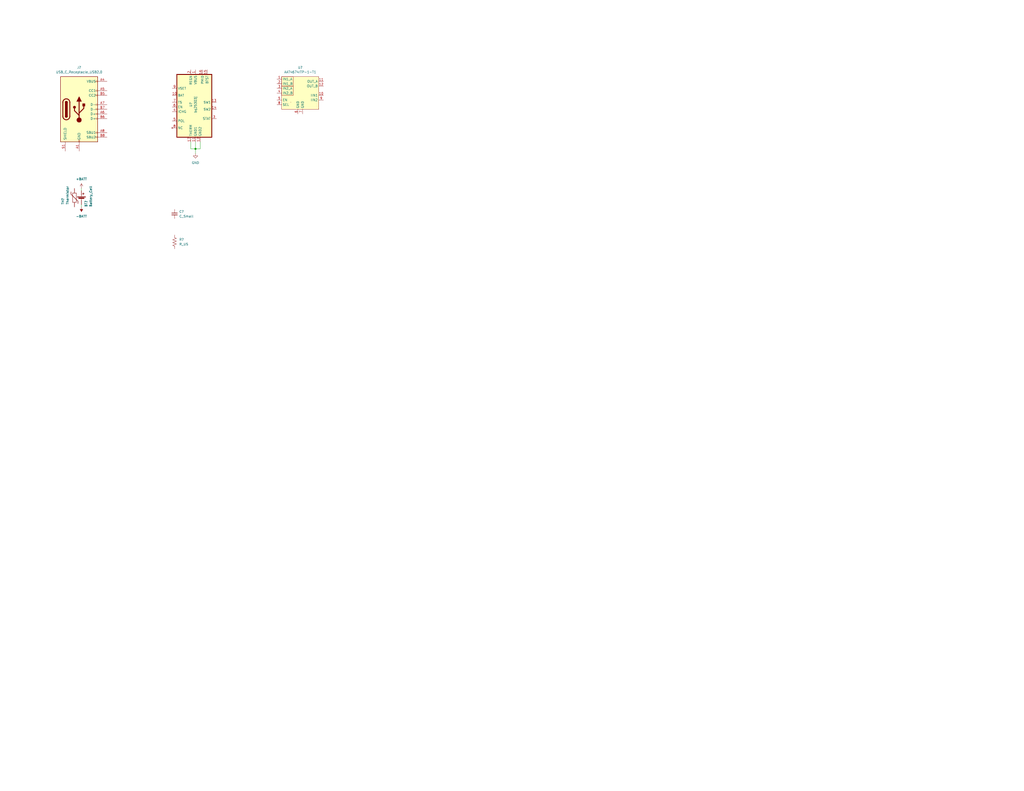
<source format=kicad_sch>
(kicad_sch (version 20211123) (generator eeschema)
  (paper "C")
  (lib_symbols
    (symbol "000myinv:AAT4674ITP-1-T1"
      (property "Reference" "U?" (at 5.08 7.62 0))
      (property "Value" "AAT4674ITP-1-T1" (at 5.08 5.08 0))
      (symbol "AAT4674ITP-1-T1_0_1"
        (rectangle (start -5.08 -2.54) (end 1.27 -7.62))
        (rectangle (start -5.08 2.54) (end 1.27 -2.54))
        (rectangle (start -5.08 2.54) (end 15.24 -15.24) (fill (type background)))
        (rectangle (start 0 -11.43) (end 0 -11.43))
        (rectangle (start 0 -11.43) (end 0 -11.43))
        (rectangle (start 0 -11.43) (end 0 -11.43))
      )
      (symbol "AAT4674ITP-1-T1_1_1"
        (pin input line (at -7.62 1.27 0) (length 2.54) (name "IN1_A") (number "1"))
        (pin output line (at 17.78 -7.62 180) (length 2.54) (name "IIN1") (number "10"))
        (pin output line (at 17.78 0 180) (length 2.54) (name "OUT_A") (number "11"))
        (pin output line (at 17.78 -2.54 180) (length 2.54) (name "OUT_B") (number "12"))
        (pin input line (at -7.62 -1.27 0) (length 2.54) (name "IN1_B") (number "2"))
        (pin input line (at -7.62 -3.81 0) (length 2.54) (name "IN2_A") (number "3"))
        (pin input line (at -7.62 -6.35 0) (length 2.54) (name "IN2_B") (number "4"))
        (pin input line (at -7.62 -10.16 0) (length 2.54) (name "EN") (number "5"))
        (pin passive line (at 3.81 -17.78 90) (length 2.54) (name "GND") (number "6"))
        (pin passive line (at 6.35 -17.78 90) (length 2.54) (name "GND") (number "7"))
        (pin input line (at -7.62 -12.7 0) (length 2.54) (name "SEL") (number "8"))
        (pin output line (at 17.78 -10.16 180) (length 2.54) (name "IIN2") (number "9"))
      )
    )
    (symbol "000myinv:bq25303j"
      (property "Reference" "U" (at -2.54 -1.27 90))
      (property "Value" "bq25303j" (at 0 -1.27 90))
      (symbol "bq25303j_0_1"
        (rectangle (start -10.16 12.7) (end 8.89 -21.59) (stroke (width 0.5)) (fill (type background)))
      )
      (symbol "bq25303j_1_1"
        (pin power_in line (at 0 15.24 270) (length 2.54) (name "VBUS") (number "1"))
        (pin input line (at -12.7 1.27 0) (length 2.54) (name "BAT") (number "10"))
        (pin power_out line (at 0 -24.13 90) (length 2.54) (name "GND1") (number "11"))
        (pin power_out line (at 2.54 -24.13 90) (length 2.54) (name "GND2") (number "12"))
        (pin power_out line (at 11.43 -2.54 180) (length 2.54) (name "SW1") (number "13"))
        (pin power_out line (at 11.43 -6.35 180) (length 2.54) (name "SW2") (number "14"))
        (pin power_out line (at 6.35 15.24 270) (length 2.54) (name "BTST") (number "15"))
        (pin power_out line (at 3.81 15.24 270) (length 2.54) (name "PMID") (number "16"))
        (pin passive line (at -2.54 -24.13 90) (length 2.54) (name "THERM") (number "17"))
        (pin power_in line (at -2.54 15.24 270) (length 2.54) (name "REGN") (number "2"))
        (pin output line (at 11.43 -11.43 180) (length 2.54) (name "STAT") (number "3"))
        (pin input line (at -12.7 -7.62 0) (length 2.54) (name "ICHG") (number "4"))
        (pin input line (at -12.7 -12.7 0) (length 2.54) (name "POL") (number "5"))
        (pin input line (at -12.7 -5.08 0) (length 2.54) (name "EN") (number "6"))
        (pin input line (at -12.7 -2.54 0) (length 2.54) (name "TS") (number "7"))
        (pin no_connect line (at -12.7 -16.51 0) (length 2.54) (name "NC") (number "8"))
        (pin input line (at -12.7 5.08 0) (length 2.54) (name "VSET") (number "9"))
      )
    )
    (symbol "Connector:USB_C_Receptacle_USB2.0" (pin_names (offset 1.016))
      (property "Reference" "J" (at -10.16 19.05 0))
      (property "Value" "USB_C_Receptacle_USB2.0" (at 19.05 19.05 0))
      (symbol "USB_C_Receptacle_USB2.0_0_0"
        (rectangle (start -0.254 -17.78) (end 0.254 -16.764))
        (rectangle (start 10.16 -14.986) (end 9.144 -15.494))
        (rectangle (start 10.16 -12.446) (end 9.144 -12.954))
        (rectangle (start 10.16 -4.826) (end 9.144 -5.334))
        (rectangle (start 10.16 -2.286) (end 9.144 -2.794))
        (rectangle (start 10.16 0.254) (end 9.144 -0.254))
        (rectangle (start 10.16 2.794) (end 9.144 2.286))
        (rectangle (start 10.16 7.874) (end 9.144 7.366))
        (rectangle (start 10.16 10.414) (end 9.144 9.906))
        (rectangle (start 10.16 15.494) (end 9.144 14.986))
      )
      (symbol "USB_C_Receptacle_USB2.0_0_1"
        (rectangle (start -10.16 17.78) (end 10.16 -17.78) (stroke (width 0.254)) (fill (type background)))
        (arc (start -8.89 -3.81) (mid -6.985 -5.715) (end -5.08 -3.81) (stroke (width 0.508)))
        (arc (start -7.62 -3.81) (mid -6.985 -4.445) (end -6.35 -3.81) (stroke (width 0.254)))
        (arc (start -7.62 -3.81) (mid -6.985 -4.445) (end -6.35 -3.81) (stroke (width 0.254)) (fill (type outline)))
        (rectangle (start -7.62 -3.81) (end -6.35 3.81) (stroke (width 0.254)) (fill (type outline)))
        (arc (start -6.35 3.81) (mid -6.985 4.445) (end -7.62 3.81) (stroke (width 0.254)))
        (arc (start -6.35 3.81) (mid -6.985 4.445) (end -7.62 3.81) (stroke (width 0.254)) (fill (type outline)))
        (arc (start -5.08 3.81) (mid -6.985 5.715) (end -8.89 3.81) (stroke (width 0.508)))
        (circle (center -2.54 1.143) (radius 0.635) (stroke (width 0.254)) (fill (type outline)))
        (circle (center 0 -5.842) (radius 1.27) (fill (type outline)))
        (polyline (pts (xy -8.89 -3.81) (xy -8.89 3.81)) (stroke (width 0.508)))
        (polyline (pts (xy -5.08 3.81) (xy -5.08 -3.81)) (stroke (width 0.508)))
        (polyline (pts (xy 0 -5.842) (xy 0 4.318)) (stroke (width 0.508)))
        (polyline (pts (xy 0 -3.302) (xy -2.54 -0.762) (xy -2.54 0.508)) (stroke (width 0.508)))
        (polyline (pts (xy 0 -2.032) (xy 2.54 0.508) (xy 2.54 1.778)) (stroke (width 0.508)))
        (polyline (pts (xy -1.27 4.318) (xy 0 6.858) (xy 1.27 4.318) (xy -1.27 4.318)) (stroke (width 0.254)) (fill (type outline)))
        (rectangle (start 1.905 1.778) (end 3.175 3.048) (stroke (width 0.254)) (fill (type outline)))
      )
      (symbol "USB_C_Receptacle_USB2.0_1_1"
        (pin passive line (at 0 -22.86 90) (length 5.08) (name "GND") (number "A1"))
        (pin passive line (at 0 -22.86 90) (length 5.08) hide (name "GND") (number "A12"))
        (pin passive line (at 15.24 15.24 180) (length 5.08) (name "VBUS") (number "A4"))
        (pin bidirectional line (at 15.24 10.16 180) (length 5.08) (name "CC1") (number "A5"))
        (pin bidirectional line (at 15.24 -2.54 180) (length 5.08) (name "D+") (number "A6"))
        (pin bidirectional line (at 15.24 2.54 180) (length 5.08) (name "D-") (number "A7"))
        (pin bidirectional line (at 15.24 -12.7 180) (length 5.08) (name "SBU1") (number "A8"))
        (pin passive line (at 15.24 15.24 180) (length 5.08) hide (name "VBUS") (number "A9"))
        (pin passive line (at 0 -22.86 90) (length 5.08) hide (name "GND") (number "B1"))
        (pin passive line (at 0 -22.86 90) (length 5.08) hide (name "GND") (number "B12"))
        (pin passive line (at 15.24 15.24 180) (length 5.08) hide (name "VBUS") (number "B4"))
        (pin bidirectional line (at 15.24 7.62 180) (length 5.08) (name "CC2") (number "B5"))
        (pin bidirectional line (at 15.24 -5.08 180) (length 5.08) (name "D+") (number "B6"))
        (pin bidirectional line (at 15.24 0 180) (length 5.08) (name "D-") (number "B7"))
        (pin bidirectional line (at 15.24 -15.24 180) (length 5.08) (name "SBU2") (number "B8"))
        (pin passive line (at 15.24 15.24 180) (length 5.08) hide (name "VBUS") (number "B9"))
        (pin passive line (at -7.62 -22.86 90) (length 5.08) (name "SHIELD") (number "S1"))
      )
    )
    (symbol "Device:Battery_Cell" (pin_numbers hide) (pin_names (offset 0) hide)
      (property "Reference" "BT" (at 2.54 2.54 0))
      (property "Value" "Battery_Cell" (at 2.54 0 0))
      (symbol "Battery_Cell_0_1"
        (rectangle (start -2.286 1.778) (end 2.286 1.524) (fill (type outline)))
        (rectangle (start -1.5748 1.1938) (end 1.4732 0.6858) (fill (type outline)))
        (polyline (pts (xy 0 0.762) (xy 0 0)))
        (polyline (pts (xy 0 1.778) (xy 0 2.54)))
        (polyline (pts (xy 0.508 3.429) (xy 1.524 3.429)) (stroke (width 0.254)))
        (polyline (pts (xy 1.016 3.937) (xy 1.016 2.921)) (stroke (width 0.254)))
      )
      (symbol "Battery_Cell_1_1"
        (pin passive line (at 0 5.08 270) (length 2.54) (name "+") (number "1"))
        (pin passive line (at 0 -2.54 90) (length 2.54) (name "-") (number "2"))
      )
    )
    (symbol "Device:C_Small" (pin_numbers hide) (pin_names (offset 0.254) hide)
      (property "Reference" "C" (at 0.254 1.778 0))
      (property "Value" "C_Small" (at 0.254 -2.032 0))
      (symbol "C_Small_0_1"
        (polyline (pts (xy -1.524 -0.508) (xy 1.524 -0.508)) (stroke (width 0.3302)))
        (polyline (pts (xy -1.524 0.508) (xy 1.524 0.508)) (stroke (width 0.3048)))
      )
      (symbol "C_Small_1_1"
        (pin passive line (at 0 2.54 270) (length 2.032) (name "~") (number "1"))
        (pin passive line (at 0 -2.54 90) (length 2.032) (name "~") (number "2"))
      )
    )
    (symbol "Device:R_US" (pin_numbers hide) (pin_names (offset 0))
      (property "Reference" "R" (at 2.54 0 90))
      (property "Value" "R_US" (at -2.54 0 90))
      (symbol "R_US_0_1"
        (polyline (pts (xy 0 -2.286) (xy 0 -2.54)))
        (polyline (pts (xy 0 2.286) (xy 0 2.54)))
        (polyline (pts (xy 0 -0.762) (xy 1.016 -1.143) (xy 0 -1.524) (xy -1.016 -1.905) (xy 0 -2.286)))
        (polyline (pts (xy 0 0.762) (xy 1.016 0.381) (xy 0 0) (xy -1.016 -0.381) (xy 0 -0.762)))
        (polyline (pts (xy 0 2.286) (xy 1.016 1.905) (xy 0 1.524) (xy -1.016 1.143) (xy 0 0.762)))
      )
      (symbol "R_US_1_1"
        (pin passive line (at 0 3.81 270) (length 1.27) (name "~") (number "1"))
        (pin passive line (at 0 -3.81 90) (length 1.27) (name "~") (number "2"))
      )
    )
    (symbol "Device:Thermistor" (pin_numbers hide) (pin_names (offset 0))
      (property "Reference" "TH" (at 2.54 1.27 90))
      (property "Value" "Thermistor" (at -2.54 0 90))
      (symbol "Thermistor_0_1"
        (rectangle (start -1.016 2.54) (end 1.016 -2.54) (stroke (width 0.2032)))
        (polyline (pts (xy -1.905 3.175) (xy -1.905 1.905) (xy 1.905 -1.905) (xy 1.905 -3.175) (xy 1.905 -3.175)) (stroke (width 0.254)))
      )
      (symbol "Thermistor_1_1"
        (pin passive line (at 0 5.08 270) (length 2.54) (name "~") (number "1"))
        (pin passive line (at 0 -5.08 90) (length 2.54) (name "~") (number "2"))
      )
    )
    (symbol "power:+BATT" (power) (pin_names (offset 0))
      (property "Value" "+BATT" (at 0 3.556 0))
      (symbol "+BATT_0_1"
        (polyline (pts (xy -0.762 1.27) (xy 0 2.54)))
        (polyline (pts (xy 0 0) (xy 0 2.54)))
        (polyline (pts (xy 0 2.54) (xy 0.762 1.27)))
      )
      (symbol "+BATT_1_1"
        (pin power_in line (at 0 0 90) (length 0) hide (name "+BATT") (number "1"))
      )
    )
    (symbol "power:-BATT" (power) (pin_names (offset 0))
      (property "Value" "-BATT" (at 0 3.556 0))
      (symbol "-BATT_0_1"
        (polyline (pts (xy 0 0) (xy 0 2.54)))
        (polyline (pts (xy 0.762 1.27) (xy -0.762 1.27) (xy 0 2.54) (xy 0.762 1.27)) (fill (type outline)))
      )
      (symbol "-BATT_1_1"
        (pin power_in line (at 0 0 90) (length 0) hide (name "-BATT") (number "1"))
      )
    )
    (symbol "power:GND" (power) (pin_names (offset 0))
      (property "Value" "GND" (at 0 -3.81 0))
      (symbol "GND_0_1"
        (polyline (pts (xy 0 0) (xy 0 -1.27) (xy 1.27 -1.27) (xy 0 -2.54) (xy -1.27 -1.27) (xy 0 -1.27)))
      )
      (symbol "GND_1_1"
        (pin power_in line (at 0 0 270) (length 0) hide (name "GND") (number "1"))
      )
    )
  )
  (junction (at 106.68 81.28))
  (wire (pts (xy 109.22 77.47) (xy 109.22 81.28)))
  (wire (pts (xy 106.68 81.28) (xy 106.68 77.47)))
  (wire (pts (xy 104.14 81.28) (xy 106.68 81.28)))
  (wire (pts (xy 104.14 77.47) (xy 104.14 81.28)))
  (wire (pts (xy 44.45 102.87) (xy 44.45 104.14)))
  (wire (pts (xy 44.45 113.03) (xy 44.45 111.76)))
  (wire (pts (xy 109.22 81.28) (xy 106.68 81.28)))
  (wire (pts (xy 106.68 83.82) (xy 106.68 81.28)))
  (symbol (lib_id "Device:Battery_Cell") (at 44.45 109.22 0) (unit 1)
    (property "Reference" "BT?" (at 46.99 113.03 90) (effects (justify left)))
    (property "Value" "Battery_Cell" (at 49.53 113.03 90) (effects (justify left)))
  )
  (symbol (lib_id "power:+BATT") (at 44.45 102.87 0) (unit 1)
    (property "Reference" "#PWR?" (effects hide))
    (property "Value" "+BATT" (at 44.45 97.79 0))
  )
  (symbol (lib_id "Device:Thermistor") (at 40.64 107.95 0) (unit 1)
    (property "Reference" "TH?" (at 34.29 111.76 90) (effects (justify left)))
    (property "Value" "Thermistor" (at 36.83 111.76 90) (effects (justify left)))
  )
  (symbol (lib_id "000myinv:bq25303j") (at 106.68 53.34 0) (unit 1)
    (property "Reference" "U?" (at 104.14 57.15 90))
    (property "Value" "bq25303j" (at 106.68 57.15 90))
  )
  (symbol (lib_id "power:GND") (at 106.68 83.82 0) (unit 1)
    (property "Reference" "#PWR?" (effects hide))
    (property "Value" "GND" (at 106.68 88.9 0))
  )
  (symbol (lib_id "Device:R_US") (at 95.25 132.08 0) (unit 1)
    (property "Reference" "R?" (at 97.79 130.8099 0) (effects (justify left)))
    (property "Value" "R_US" (at 97.79 133.3499 0) (effects (justify left)))
  )
  (symbol (lib_id "Device:C_Small") (at 95.25 116.84 0) (unit 1)
    (property "Reference" "C?" (at 97.79 115.5762 0) (effects (justify left)))
    (property "Value" "C_Small" (at 97.79 118.1162 0) (effects (justify left)))
  )
  (symbol (lib_id "000myinv:AAT4674ITP-1-T1") (at 158.75 44.45 0) (unit 1)
    (property "Reference" "U?" (at 163.83 36.83 0))
    (property "Value" "AAT4674ITP-1-T1" (at 163.83 39.37 0))
  )
  (symbol (lib_id "power:-BATT") (at 44.45 113.03 180) (unit 1)
    (property "Reference" "#PWR?" (effects hide))
    (property "Value" "-BATT" (at 44.45 118.11 0))
  )
  (symbol (lib_id "Connector:USB_C_Receptacle_USB2.0") (at 43.18 59.69 0) (unit 1)
    (property "Reference" "J?" (at 43.18 36.83 0))
    (property "Value" "USB_C_Receptacle_USB2.0" (at 43.18 39.37 0))
    (property "Datasheet" "https://www.usb.org/sites/default/files/documents/usb_type-c.zip" (effects hide))
  )
)
</source>
